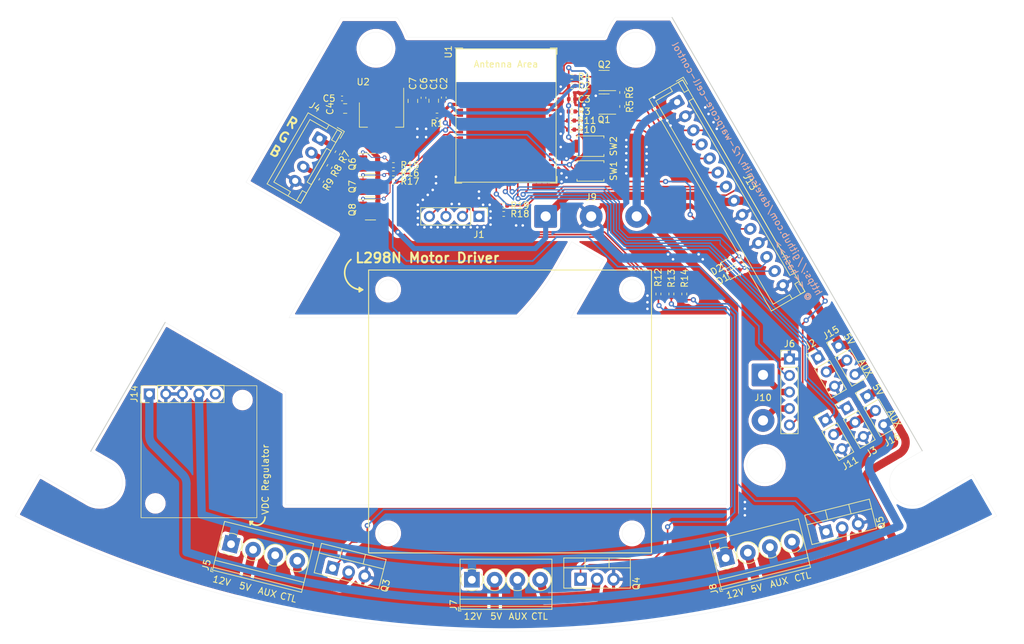
<source format=kicad_pcb>
(kicad_pcb (version 20221018) (generator pcbnew)
  (layers (0 "F.Cu" signal "Front") (31 "B.Cu" signal "Back") (34 "B.Paste" user) (35 "F.Paste" user) (36 "B.SilkS" user "B.Silkscreen") (37 "F.SilkS" user "F.Silkscreen") (38 "B.Mask" user) (39 "F.Mask" user) (44 "Edge.Cuts" user))
  (net 0 "")
  (net 1 "GND")
  (net 2 "/MC_IN1")
  (net 3 "/MC_IN2")
  (net 4 "/MC_IN3")
  (net 5 "/MC_IN4")
  (net 6 "/ESP_RTS")
  (net 7 "/ESP_CTS")
  (net 24 "/CHIP_PU")
  (net 25 "+3V3")
  (net 26 "Net-(Q1-B)")
  (net 27 "/RTS")
  (net 28 "Net-(Q1-C)")
  (net 29 "Net-(Q2-B)")
  (net 30 "/DTR")
  (net 31 "Net-(Q2-C)")
  (net 32 "/GPIO0")
  (net 33 "/SERVO1")
  (net 34 "/SERVO2")
  (net 35 "/LED_R")
  (net 36 "/LED_G")
  (net 37 "/LED_B")
  (net 38 "/ESP_TXD")
  (net 39 "/ESP_RXD")
  (net 40 "/CTS")
  (net 41 "Net-(Q3-G)")
  (net 42 "/OUT1")
  (net 43 "Net-(Q4-G)")
  (net 44 "/OUT2")
  (net 45 "Net-(Q5-G)")
  (net 46 "/OUT3")
  (net 47 "/FET1")
  (net 48 "/FET2")
  (net 49 "/FET3")
  (net 50 "/ACT_POS")
  (net 51 "/ACT_RED")
  (net 52 "/ACT_BLK")
  (net 53 "/ESP_3V3")
  (net 54 "+12V")
  (net 55 "+VDC")
  (net 56 "/SERVO3")
  (net 57 "+5V")
  (net 58 "/TXD")
  (net 59 "/RXD")
  (net 61 "/R")
  (net 62 "/G")
  (net 63 "/B")
  (net 64 "/ID")
  (net 65 "/D+")
  (net 66 "/D-")
  (net 67 "SERVOA_V+")
  (net 68 "SERVOB_V+")
  (net 69 "/VREG_EN")
  (net 70 "Net-(Q6-B)")
  (net 71 "Net-(Q6-E)")
  (net 72 "Net-(Q7-B)")
  (net 73 "Net-(Q7-E)")
  (net 74 "Net-(Q8-B)")
  (net 75 "Net-(Q8-E)")
  (footprint "Package_TO_SOT_SMD:SOT-223-3_TabPin2" (layer "F.Cu") (at 138.684 55.753 -90)
    (fp_text reference "U2")
    (fp_text value "LDL1117S33R")
  )
  (footprint "Resistor_SMD:R_0402_1005Metric" (layer "F.Cu") (at 181.268 83.312 -90)
    (fp_text reference "R12")
    (fp_text value "0(1%)")
  )
  (footprint "Connector_PinHeader_2.54mm:PinHeader_1x03_P2.54mm_Vertical" (layer "F.Cu") (at 213.371256 99.0346 30)
    (fp_text reference "J16")
    (fp_text value "Conn_01x03_Pin")
  )
  (footprint "Connector_PinHeader_2.54mm:PinHeader_1x05_P2.54mm_Vertical" (layer "F.Cu") (at 102.977 98.689 90)
    (fp_text reference "J14")
    (fp_text value "Conn_01x05_Pin")
  )
  (footprint "Capacitor_SMD:C_0805_2012Metric" (layer "F.Cu") (at 133.096 54.7878 180)
    (fp_text reference "C4")
    (fp_text value "10uF/25V(20%)")
  )
  (footprint "Capacitor_SMD:C_0805_2012Metric" (layer "F.Cu") (at 143.51 53.6194 90)
    (fp_text reference "C7")
    (fp_text value "10uF/25V(20%)")
  )
  (footprint "Diode_SMD:D_SOD-523" (layer "F.Cu") (at 193.0908 79.9592 30)
    (fp_text reference "D1")
    (fp_text value "LESD5D5.0CT1G")
  )
  (footprint "Resistor_SMD:R_0402_1005Metric" (layer "F.Cu") (at 157.478 70.993 180)
    (fp_text reference "R18")
    (fp_text value "0(1%)")
  )
  (footprint "Button_Switch_SMD:SW_Push_SPST_NO_Alps_SKRK" (layer "F.Cu") (at 170.815 60.579 180)
    (fp_text reference "SW2")
    (fp_text value "SW_Push")
  )
  (footprint "Resistor_SMD:R_0402_1005Metric" (layer "F.Cu") (at 131.9276 61.6204 60)
    (fp_text reference "R7")
    (fp_text value "200")
  )
  (footprint "Resistor_SMD:R_0402_1005Metric" (layer "F.Cu") (at 167.955 51.308 180)
    (fp_text reference "R2")
    (fp_text value "10K(1%)")
  )
  (footprint "Diode_SMD:D_SOD-523" (layer "F.Cu") (at 192.230582 78.4296 30)
    (fp_text reference "D2")
    (fp_text value "LESD5D5.0CT1G")
  )
  (footprint "Resistor_SMD:R_0402_1005Metric" (layer "F.Cu") (at 183.258 83.312 -90)
    (fp_text reference "R13")
    (fp_text value "0(1%)")
  )
  (footprint "Package_TO_SOT_SMD:SOT-23-3" (layer "F.Cu") (at 136.9712 66.8122)
    (fp_text reference "Q7")
    (fp_text value "Q_PNP_BEC")
  )
  (footprint "Connector_JST:JST_XH_B4B-XH-A_1x04_P2.50mm_Vertical" (layer "F.Cu") (at 129.15642 59.41875 -120)
    (fp_text reference "J4")
    (fp_text value "Conn_01x04_Pin")
  )
  (footprint "Resistor_SMD:R_0402_1005Metric" (layer "F.Cu") (at 140.5148 63.5 180)
    (fp_text reference "R15")
    (fp_text value "1K(1%)")
  )
  (footprint "Package_TO_SOT_SMD:SOT-23-3" (layer "F.Cu") (at 172.9135 54.102 180)
    (fp_text reference "Q1")
    (fp_text value "L8050QLT1G")
  )
  (footprint "Button_Switch_SMD:SW_Push_SPST_NO_Alps_SKRK" (layer "F.Cu") (at 170.815 64.389 180)
    (fp_text reference "SW1")
    (fp_text value "SW_Push")
  )
  (footprint "Connector_PinHeader_2.54mm:PinHeader_1x04_P2.54mm_Vertical" (layer "F.Cu") (at 153.67 71.374 -90)
    (fp_text reference "J1")
    (fp_text value "Conn_01x04_Pin")
  )
  (footprint "Resistor_SMD:R_0402_1005Metric" (layer "F.Cu") (at 185.248 83.312 -90)
    (fp_text reference "R14")
    (fp_text value "0(1%)")
  )
  (footprint "Connector_Wire:SolderWire-0.75sqmm_1x03_P7mm_D1.25mm_OD3.5mm" (layer "F.Cu") (at 163.927 71.374)
    (fp_text reference "J9")
    (fp_text value "Screw_Terminal_01x03")
  )
  (footprint "PCM_Espressif:ESP32-S3-MINI-1" (layer "F.Cu") (at 157.82637 58.42)
    (fp_text reference "U1")
    (fp_text value "ESP32-S3-MINI-1")
  )
  (footprint "Connector_Wire:SolderWire-0.75sqmm_1x02_P7mm_D1.25mm_OD3.5mm" (layer "F.Cu") (at 197.358 95.758 -90)
    (fp_text reference "J10")
    (fp_text value "Screw_Terminal_01x02")
  )
  (footprint "Connector_PinHeader_2.54mm:PinHeader_1x03_P2.54mm_Vertical" (layer "F.Cu") (at 208.962906 91.285286 30)
    (fp_text reference "J15")
    (fp_text value "Conn_01x03_Pin")
  )
  (footprint "Resistor_SMD:R_0402_1005Metric" (layer "F.Cu") (at 175.702 54.481 -90)
    (fp_text reference "R5")
    (fp_text value "10K(1%)")
  )
  (footprint "Capacitor_SMD:C_0402_1005Metric" (layer "F.Cu") (at 167.957 53.34)
    (fp_text reference "C3")
    (fp_text value "1uF/16V(10%)")
  )
  (footprint "Resistor_SMD:R_0402_1005Metric" (layer "F.Cu") (at 167.955 49.911 180)
    (fp_text reference "R4")
    (fp_text value "0(1%)")
  )
  (footprint "Connector_PinHeader_2.54mm:PinHeader_1x03_P2.54mm_Vertical" (layer "F.Cu") (at 205.817056 93.091 30)
    (fp_text reference "J2")
    (fp_text value "Conn_01x03_Pin")
  )
  (footprint "TerminalBlock_Phoenix:TerminalBlock_Phoenix_PT-1,5-4-3.5-H_1x04_P3.50mm_Horizontal" (layer "F.Cu") (at 115.541895 121.79282 -14)
    (fp_text reference "J5")
    (fp_text value "Screw_Terminal_01x04")
  )
  (footprint "Package_TO_SOT_SMD:SOT-23-3" (layer "F.Cu") (at 172.9135 50.48 180)
    (fp_text reference "Q2")
    (fp_text value "L8050QLT1G")
  )
  (footprint "Package_TO_SOT_THT:TO-220-3_Vertical" (layer "F.Cu") (at 169.291 127.183)
    (fp_text reference "Q4")
    (fp_text value "IRLB8721PBF")
  )
  (footprint "Package_TO_SOT_SMD:SOT-23-3" (layer "F.Cu") (at 136.9568 63.246)
    (fp_text reference "Q6")
    (fp_text value "Q_PNP_BEC")
  )
  (footprint "Resistor_SMD:R_0402_1005Metric" (layer "F.Cu") (at 129.4394 65.852327 60)
    (fp_text reference "R9")
    (fp_text value "100")
  )
  (footprint "Resistor_SMD:R_0402_1005Metric" (layer "F.Cu") (at 175.702 52.322 90)
    (fp_text reference "R6")
    (fp_text value "10K(1%)")
  )
  (footprint "Connector_PinHeader_2.54mm:PinHeader_1x05_P2.54mm_Vertical" (layer "F.Cu") (at 201.422 93.309182)
    (fp_text reference "J6")
    (fp_text value "Conn_01x05_Pin")
  )
  (footprint "Package_TO_SOT_THT:TO-220-3_Vertical" (layer "F.Cu") (at 207.0608 119.888 14)
    (fp_text reference "Q5")
    (fp_text value "IRLB8721PBF")
  )
  (footprint "Resistor_SMD:R_0402_1005Metric" (layer "F.Cu") (at 167.828 56.642)
    (fp_text reference "R11")
    (fp_text value "0(1%)")
  )
  (footprint "TerminalBlock_Phoenix:TerminalBlock_Phoenix_PT-1,5-4-3.5-H_1x04_P3.50mm_Horizontal" (layer "F.Cu") (at 152.57637 127.254)
    (fp_text reference "J7")
    (fp_text value "Screw_Terminal_01x04")
  )
  (footprint "Resistor_SMD:R_0402_1005Metric" (layer "F.Cu") (at 167.955 55.245 180)
    (fp_text reference "R3")
    (fp_text value "0(1%)")
  )
  (footprint "Connector_PinHeader_2.54mm:PinHeader_1x03_P2.54mm_Vertical" (layer "F.Cu") (at 210.247056 100.838 30)
    (fp_text reference "J3")
    (fp_text value "Conn_01x03_Pin")
  )
  (footprint "Resistor_SMD:R_0402_1005Metric" (layer "F.Cu") (at 140.5148 64.77 180)
    (fp_text reference "R16")
    (fp_text value "1K(1%)")
  )
  (footprint "Resistor_SMD:R_0402_1005Metric" (layer "F.Cu") (at 140.5128 66.04 180)
    (fp_text reference "R17")
    (fp_text value "1K(1%)")
  )
  (footprint "Resistor_SMD:R_0402_1005Metric" (layer "F.Cu") (at 157.48 69.723)
    (fp_text reference "R19")
    (fp_text value "0(1%)")
  )
  (footprint "Resistor_SMD:R_0402_1005Metric" (layer "F.Cu") (at 167.828 58.039)
    (fp_text reference "R10")
    (fp_text value "0(1%)")
  )
  (footprint "Capacitor_SMD:C_0402_1005Metric" (layer "F.Cu") (at 148.2598 53.1114 90)
    (fp_text reference "C2")
    (fp_text value "0.1uF/50V(10%)")
  )
  (footprint "Connector_PinHeader_2.54mm:PinHeader_1x03_P2.54mm_Vertical" (layer "F.Cu") (at 206.952556 102.715286 30)
    (fp_text reference "J11")
    (fp_text value "Conn_01x03_Pin")
  )
  (footprint "Package_TO_SOT_THT:TO-220-3_Vertical" (layer "F.Cu") (at 131.164098 125.466237 -14)
    (fp_text reference "Q3")
    (fp_text value "IRLB8721PBF")
  )
  (footprint "Capacitor_SMD:C_0805_2012Metric" (layer "F.Cu") (at 146.7104 53.594 90)
    (fp_text reference "C1")
    (fp_text value "10uF/25V(20%)")
  )
  (footprint "Capacitor_SMD:C_0402_1005Metric" (layer "F.Cu") (at 145.1356 53.1368 90)
    (fp_text reference "C6")
    (fp_text value "0.1uF/50V(10%)")
  )
  (footprint "TerminalBlock_Phoenix:TerminalBlock_Phoenix_PT-1,5-4-3.5-H_1x04_P3.50mm_Horizontal" (layer "F.Cu") (at 191.614895 123.933283 14)
    (fp_text reference "J8")
    (fp_text value "Screw_Terminal_01x04")
  )
  (footprint "Capacitor_SMD:C_0402_1005Metric" (layer "F.Cu") (at 132.6134 53.2384 180)
    (fp_text reference "C5")
    (fp_text value "0.1uF/50V(10%)")
  )
  (footprint "Resistor_SMD:R_0402_1005Metric" (layer "F.Cu") (at 147.2184 55.88)
    (fp_text reference "R1")
    (fp_text value "0(1%)")
  )
  (footprint "Connector_JST:JST_XH_B14B-XH-A_1x14_P2.50mm_Vertical" (layer "F.Cu") (at 184.143 53.811619 -60)
    (fp_text reference "J13")
    (fp_text value "Conn_01x14_Pin")
  )
  (footprint "Package_TO_SOT_SMD:SOT-23-3" (layer "F.Cu") (at 136.9822 70.358)
    (fp_text reference "Q8")
    (fp_text value "Q_PNP_BEC")
  )
  (footprint "Resistor_SMD:R_0402_1005Metric" (layer "F.Cu") (at 130.684 63.718727 60)
    (fp_text reference "R8")
    (fp_text value "100")
  )
  (gr_arc (start 120.777 117.602) (mid 119.875026 118.817506) (end 118.450296 118.306469) (stroke (width 0.25)) (layer "F.SilkS"))
  (gr_line (start 135.766745 82.657905) (end 135.255 82.329) (stroke (width 0.25)) (layer "F.SilkS"))
  (gr_arc (start 135.766745 82.657905) (mid 133.191368 80.980336) (end 133.985 78.011) (stroke (width 0.25)) (layer "F.SilkS"))
  (gr_line (start 135.255 82.964) (end 135.766745 82.657905) (stroke (width 0.25)) (layer "F.SilkS"))
  (gr_line (start 118.872 118.3132) (end 118.491 118.7704) (stroke (width 0.25)) (layer "F.SilkS"))
  (gr_line (start 118.450296 118.306469) (end 118.872 118.3132) (stroke (width 0.25)) (layer "F.SilkS"))
  (gr_rect (start 101.707 97.419) (end 119.507 117.719) (stroke (width 0.1)) (fill none) (layer "F.SilkS"))
  (gr_rect (start 136.7 79.629) (end 180.2 123.129) (stroke (width 0.15)) (fill none) (layer "F.SilkS"))
  (gr_line (start 135.255 82.329) (end 135.255 82.964) (stroke (width 0.25)) (layer "F.SilkS"))
  (gr_line (start 118.491 118.7704) (end 118.450296 118.306469) (stroke (width 0.25)) (layer "F.SilkS"))
  (gr_line (start 97.077145 109.319516) (end 93.954668 107.516752) (stroke (width 0.02)) (layer "Edge.Cuts"))
  (gr_arc (start 165.2248 79.943314) (mid 162.623867 83.59954) (end 159.657227 86.965827) (stroke (width 0.02)) (layer "Edge.Cuts"))
  (gr_line (start 82.341677 117.449937) (end 86.030368 111.034919) (stroke (width 0.02)) (layer "Edge.Cuts"))
  (gr_line (start 221.841899 107.429147) (end 218.567866 109.319411) (stroke (width 0.02)) (layer "Edge.Cuts"))
  (gr_arc (start 233.309451 117.449937) (mid 157.825564 135.218666) (end 82.341677 117.449937) (stroke (width 0.02)) (layer "Edge.Cuts"))
  (gr_line (start 93.577145 115.381693) (end 90.454668 113.57893) (stroke (width 0.02)) (layer "Edge.Cuts"))
  (gr_line (start 167.424809 76.132806) (end 165.2248 79.943314) (stroke (width 0.02)) (layer "Edge.Cuts"))
  (gr_line (start 221.841899 107.429147) (end 183.361051 40.778364) (stroke (width 0.15)) (layer "Edge.Cuts"))
  (gr_line (start 167.770662 86.965827) (end 172.875033 78.124796) (stroke (width 0.02)) (layer "Edge.Cuts"))
  (gr_circle (center 103.907 115.519) (end 104.997 115.519) (stroke (width 0.01)) (fill none) (layer "Edge.Cuts"))
  (gr_circle (center 139.7 82.629) (end 141.2 82.629) (stroke (width 0.02)) (fill none) (layer "Edge.Cuts"))
  (gr_line (start 142.70378 43.79831) (end 172.948959 43.79831) (stroke (width 0.02)) (layer "Edge.Cuts"))
  (gr_arc (start 222.067866 115.381589) (mid 217.286723 114.100509) (end 218.567866 109.319411) (stroke (width 0.02)) (layer "Edge.Cuts"))
  (gr_line (start 123.958014 115.708015) (end 191.693053 115.708015) (stroke (width 0.02)) (layer "Edge.Cuts"))
  (gr_arc (start 141.131482 40.849843) (mid 142.012927 42.273259) (end 142.70378 43.79831) (stroke (width 0.02)) (layer "Edge.Cuts"))
  (gr_line (start 123.958014 98.379963) (end 123.958014 115.708015) (stroke (width 0.02)) (layer "Edge.Cuts"))
  (gr_line (start 191.693053 86.965827) (end 167.770662 86.965827) (stroke (width 0.02)) (layer "Edge.Cuts"))
  (gr_line (start 105.411851 87.672329) (end 93.954668 107.516752) (stroke (width 0.15)) (layer "Edge.Cuts"))
  (gr_line (start 117.844866 66.137716) (end 132.444826 40.849843) (stroke (width 0.02)) (layer "Edge.Cuts"))
  (gr_line (start 159.657227 86.965827) (end 124.448608 86.965827) (stroke (width 0.02)) (layer "Edge.Cuts"))
  (gr_line (start 131.808176 74.16676) (end 117.844866 66.137716) (stroke (width 0.02)) (layer "Edge.Cuts"))
  (gr_line (start 229.603432 111.030927) (end 225.341899 113.491325) (stroke (width 0.02)) (layer "Edge.Cuts"))
  (gr_line (start 105.411851 87.672329) (end 123.958014 98.379963) (stroke (width 0.02)) (layer "Edge.Cuts"))
  (gr_circle (center 139.7 120.129) (end 141.2 120.129) (stroke (width 0.02)) (fill none) (layer "Edge.Cuts"))
  (gr_arc (start 172.948959 43.79831) (mid 173.659307 42.234535) (end 174.570107 40.778364) (stroke (width 0.02)) (layer "Edge.Cuts"))
  (gr_circle (center 117.307 99.619) (end 118.397 99.619) (stroke (width 0.01)) (fill none) (layer "Edge.Cuts"))
  (gr_line (start 191.693053 115.708015) (end 191.693053 86.965827) (stroke (width 0.02)) (layer "Edge.Cuts"))
  (gr_circle (center 177.824499 45.53332) (end 175.324499 45.53332) (stroke (width 0.02)) (fill none) (layer "Edge.Cuts"))
  (gr_line (start 86.030368 111.034919) (end 90.454668 113.57893) (stroke (width 0.02)) (layer "Edge.Cuts"))
  (gr_line (start 233.309451 117.449937) (end 229.603432 111.030927) (stroke (width 0.02)) (layer "Edge.Cuts"))
  (gr_line (start 172.875033 78.124796) (end 167.924808 75.266783) (stroke (width 0.02)) (layer "Edge.Cuts"))
  (gr_line (start 225.341899 113.491325) (end 222.067866 115.381589) (stroke (width 0.02)) (layer "Edge.Cuts"))
  (gr_arc (start 97.077145 109.319516) (mid 98.358221 114.100602) (end 93.577145 115.381694) (stroke (width 0.02)) (layer "Edge.Cuts"))
  (gr_line (start 174.570107 40.778364) (end 183.361051 40.778364) (stroke (width 0.02)) (layer "Edge.Cuts"))
  (gr_line (start 167.924808 75.266783) (end 167.424809 76.132806) (stroke (width 0.02)) (layer "Edge.Cuts"))
  (gr_circle (center 197.613865 109.631124) (end 194.863865 109.631124) (stroke (width 0.02)) (fill none) (layer "Edge.Cuts"))
  (gr_line (start 132.444826 40.849843) (end 141.131482 40.849843) (stroke (width 0.02)) (layer "Edge.Cuts"))
  (gr_circle (center 137.829382 45.533298) (end 135.329382 45.533298) (stroke (width 0.02)) (fill none) (layer "Edge.Cuts"))
  (gr_circle (center 177.2 82.629) (end 178.7 82.629) (stroke (width 0.02)) (fill none) (layer "Edge.Cuts"))
  (gr_line (start 124.448608 86.965827) (end 131.808176 74.16676) (stroke (width 0.02)) (layer "Edge.Cuts"))
  (gr_circle (center 177.2 120.129) (end 178.7 120.129) (stroke (width 0.02)) (fill none) (layer "Edge.Cuts"))
  (gr_text "https://github.com/daveismith/r2-warpcore-cell-control\n@ <<hash>>" (at 204.216 84.582 -60) (layer "B.SilkS") (effects (font (size 1 1)) (justify left bottom mirror)))
  (gr_text "VDC Regulator" (at 121.412 117.348 90) (layer "F.SilkS") (effects (font (size 1 1)) (justify left bottom)))
  (gr_text "AUX" (at 119.507 129.413 346) (layer "F.SilkS") (effects (font (size 1 1)) (justify left bottom)))
  (gr_text "L298N Motor Driver" (at 134.493 78.646) (layer "F.SilkS") (effects (font (size 1.5 1.5) (thickness 0.3) bold) (justify left bottom)))
  (gr_text "B" (at 121.1072 61.676409 -30) (layer "F.SilkS") (effects (font (size 1.5 1.5) (thickness 0.3) bold) (justify left bottom)))
  (gr_text "5V" (at 155.321 133.477) (layer "F.SilkS") (effects (font (size 1 1)) (justify left bottom)))
  (gr_text "CTL" (at 161.5948 133.477) (layer "F.SilkS") (effects (font (size 1 1)) (justify left bottom)))
  (gr_text "G" (at 122.3772 59.476704 -30) (layer "F.SilkS") (effects (font (size 1.5 1.5) (thickness 0.3) bold) (justify left bottom)))
  (gr_text "5V\n" (at 195.5292 129.3876 14) (layer "F.SilkS") (effects (font (size 1 1)) (justify left bottom)))
  (gr_text "5V" (at 209.5754 89.662 300) (layer "F.SilkS") (effects (font (size 1 1)) (justify left bottom)))
  (gr_text "CTL" (at 202.2348 127.7112 14) (layer "F.SilkS") (effects (font (size 1 1)) (justify left bottom)))
  (gr_text "R" (at 123.6472 57.277 -30) (layer "F.SilkS") (effects (font (size 1.5 1.5) (thickness 0.3) bold) (justify left bottom)))
  (gr_text "AUX" (at 216.3064 101.3968 300) (layer "F.SilkS") (effects (font (size 1 1)) (justify left bottom)))
  (gr_text "12V" (at 151.257 133.477) (layer "F.SilkS") (effects (font (size 1 1)) (justify left bottom)))
  (gr_text "CTL" (at 124.206 130.556 346) (layer "F.SilkS") (effects (font (size 1 1)) (justify bottom)))
  (gr_text "AUX" (at 158.1404 133.477) (layer "F.SilkS") (effects (font (size 1 1)) (justify left bottom)))
  (gr_text "AUX" (at 211.8614 93.599 300) (layer "F.SilkS") (effects (font (size 1 1)) (justify left bottom)))
  (gr_text "AUX" (at 198.4756 128.6256 14) (layer "F.SilkS") (effects (font (size 1 1)) (justify left bottom)))
  (gr_text "12V" (at 191.77 130.302 14) (layer "F.SilkS") (effects (font (size 1 1)) (justify left bottom)))
  (gr_text "12V" (at 112.522 127.635 346) (layer "F.SilkS") (effects (font (size 1 1)) (justify left bottom)))
  (gr_text "5V" (at 214.0204 97.4598 300) (layer "F.SilkS") (effects (font (size 1 1)) (justify left bottom)))
  (gr_text "5V" (at 116.586 128.651 346) (layer "F.SilkS") (effects (font (size 1 1)) (justify left bottom)))
  (via (at 167.132 62.484) (size 0.8) (drill 0.4) (layers "F.Cu" "B.Cu") (net 1))
  (via (at 169.86 54.229) (size 0.8) (drill 0.4) (layers "F.Cu" "B.Cu") (net 1))
  (via (at 144.272 72.644) (size 0.8) (drill 0.4) (layers "F.Cu" "B.Cu") (net 1))
  (via (at 176.3268 61.6712) (size 0.8) (drill 0.4) (layers "F.Cu" "B.Cu") (net 1))
  (via (at 144.272 70.612) (size 0.8) (drill 0.4) (layers "F.Cu" "B.Cu") (net 1))
  (via (at 194.564 117.348) (size 0.8) (drill 0.4) (layers "F.Cu" "B.Cu") (net 1))
  (via (at 146.304 73.0504) (size 0.8) (drill 0.4) (layers "F.Cu" "B.Cu") (net 1))
  (via (at 179.451 64.77) (size 0.8) (drill 0.4) (layers "F.Cu" "B.Cu") (net 1))
  (via (at 166.243 55.626) (size 0.8) (drill 0.4) (layers "F.Cu" "B.Cu") (net 1))
  (via (at 155.448 70.612) (size 0.8) (drill 0.4) (layers "F.Cu" "B.Cu") (net 1))
  (via (at 154.432 73.0504) (size 0.8) (drill 0.4) (layers "F.Cu" "B.Cu") (net 1))
  (via (at 190.246 57.912) (size 0.8) (drill 0.4) (layers "F.Cu" "B.Cu") (net 1))
  (via (at 179.578 83.566) (size 0.8) (drill 0.4) (layers "F.Cu" "B.Cu") (net 1))
  (via (at 166.243 60.706) (size 0.8) (drill 0.4) (layers "F.Cu" "B.Cu") (net 1))
  (via (at 180.594 53.086) (size 0.8) (drill 0.4) (layers "F.Cu" "B.Cu") (net 1))
  (via (at 179.451 61.722) (size 0.8) (drill 0.4) (layers "F.Cu" "B.Cu") (net 1))
  (via (at 179.451 60.706) (size 0.8) (drill 0.4) (layers "F.Cu" "B.Cu") (net 1))
  (via (at 155.321 69.596) (size 0.8) (drill 0.4) (layers "F.Cu" "B.Cu") (net 1))
  (via (at 145.796 68.072) (size 0.8) (drill 0.4) (layers "F.Cu" "B.Cu") (net 1))
  (via (at 176.3268 62.738) (size 0.8) (drill 0.4) (layers "F.Cu" "B.Cu") (net 1))
  (via (at 166.243 58.674) (size 0.8) (drill 0.4) (layers "F.Cu" "B.Cu") (net 1))
  (via (at 155.448 72.644) (size 0.8) (drill 0.4) (layers "F.Cu" "B.Cu") (net 1))
  (via (at 153.416 73.0504) (size 0.8) (drill 0.4) (layers "F.Cu" "B.Cu") (net 1))
  (via (at 183.515 77.978) (size 0.8) (drill 0.4) (layers "F.Cu" "B.Cu") (net 1))
  (via (at 147.32 73.0504) (size 0.8) (drill 0.4) (layers "F.Cu" "B.Cu") (net 1))
  (via (at 145.542 59.182) (size 0.8) (drill 0.4) (layers "F.Cu" "B.Cu") (net 1))
  (via (at 179.451 63.754) (size 0.8) (drill 0.4) (layers "F.Cu" "B.Cu") (net 1))
  (via (at 176.3268 59.6392) (size 0.8) (drill 0.4) (layers "F.Cu" "B.Cu") (net 1))
  (via (at 153.67 67.564) (size 0.8) (drill 0.4) (layers "F.Cu" "B.Cu") (net 1))
  (via (at 146.558 67.31) (size 0.8) (drill 0.4) (layers "F.Cu" "B.Cu") (net 1))
  (via (at 194.564 115.316) (size 0.8) (drill 0.4) (layers "F.Cu" "B.Cu") (net 1))
  (via (at 188.468 54.61) (size 0.8) (drill 0.4) (layers "F.Cu" "B.Cu") (net 1))
  (via (at 167.132 65.405) (size 0.8) (drill 0.4) (layers "F.Cu" "B.Cu") (net 1))
  (via (at 166.243 51.435) (size 0.8) (drill 0.4) (layers "F.Cu" "B.Cu") (net 1))
  (via (at 144.1958 59.182) (size 0.8) (drill 0.4) (layers "F.Cu" "B.Cu") (net 1))
  (via (at 176.276 63.754) (size 0.8) (drill 0.4) (layers "F.Cu" "B.Cu") (net 1))
  (via (at 145.288 73.0504) (size 0.8) (drill 0.4) (layers "F.Cu" "B.Cu") (net 1))
  (via (at 188.976 55.626) (size 0.8) (drill 0.4) (layers "F.Cu" "B.Cu") (net 1))
  (via (at 166.37 66.04) (size 0.8) (drill 0.4) (layers "F.Cu" "B.Cu") (net 1))
  (via (at 179.578 85.598) (size 0.8) (drill 0.4) (layers "F.Cu" "B.Cu") (net 1))
  (via (at 166.37 64.77) (size 0.8) (drill 0.4) (layers "F.Cu" "B.Cu") (net 1))
  (via (at 183.134 57.404) (size 0.8) (drill 0.4) (layers "F.Cu" "B.Cu") (net 1))
  (via (at 176.3268 64.77) (size 0.8) (drill 0.4) (layers "F.Cu" "B.Cu") (net 1))
  (via (at 148.336 73.0504) (size 0.8) (drill 0.4) (layers "F.Cu" "B.Cu") (net 1))
  (via (at 155.448 71.628) (size 0.8) (drill 0.4) (layers "F.Cu" "B.Cu") (net 1))
  (via (at 179.451 62.738) (size 0.8) (drill 0.4) (layers "F.Cu" "B.Cu") (net 1))
  (via (at 152.4 73.0504) (size 0.8) (drill 0.4) (layers "F.Cu" "B.Cu") (net 1))
  (via (at 187.452 77.216) (size 0.8) (drill 0.4) (layers "F.Cu" "B.Cu") (net 1))
  (via (at 147.066 65.278) (size 0.8) (drill 0.4) (layers "F.Cu" "B.Cu") (net 1))
  (via (at 159.385 72.771) (size 0.8) (drill 0.4) (layers "F.Cu" "B.Cu") (net 1))
  (via (at 144.272 71.628) (size 0.8) (drill 0.4) (layers "F.Cu" "B.Cu") (net 1))
  (via (at 188.087 77.978) (size 0.8) (drill 0.4) (layers "F.Cu" "B.Cu") (net 1))
  (via (at 145.542 57.912) (size 0.8) (drill 0.4) (layers "F.Cu" "B.Cu") (net 1))
  (via (at 179.578 84.582) (size 0.8) (drill 0.4) (layers "F.Cu" "B.Cu") (net 1))
  (via (at 151.384 73.0504) (size 0.8) (drill 0.4) (layers "F.Cu" "B.Cu") (net 1))
  (via (at 189.738 56.896) (size 0.8) (drill 0.4) (layers "F.Cu" "B.Cu") (net 1))
  (via (at 150.622 69.469) (size 0.8) (drill 0.4) (layers "F.Cu" "B.Cu") (net 1))
  (via (at 182.626 56.642) (size 0.8) (drill 0.4) (layers "F.Cu" "B.Cu") (net 1))
  (via (at 171.638 52.832) (size 0.8) (drill 0.4) (layers "F.Cu" "B.Cu") (net 1))
  (via (at 160.401 72.771) (size 0.8) (drill 0.4) (layers "F.Cu" "B.Cu") (net 1))
  (via (at 153.67 68.58) (size 0.8) (drill 0.4) (layers "F.Cu" "B.Cu") (net 1))
  (via (at 194.564 116.332) (size 0.8) (drill 0.4) (layers "F.Cu" "B.Cu") (net 1))
  (via (at 176.3268 60.6552) (size 0.8) (drill 0.4) (layers "F.Cu" "B.Cu") (net 1))
  (via (at 149.479 69.469) (size 0.8) (drill 0.4) (layers "F.Cu" "B.Cu") (net 1))
  (via (at 144.272 69.596) (size 0.8) (drill 0.4) (layers "F.Cu" "B.Cu") (net 1))
  (via (at 144.1958 57.912) (size 0.8) (drill 0.4) (layers "F.Cu" "B.Cu") (net 1))
  (via (at 150.368 73.0504) (size 0.8) (drill 0.4) (layers "F.Cu" "B.Cu") (net 1))
  (via (at 182.753 77.216) (size 0.8) (drill 0.4) (layers "F.Cu" "B.Cu") (net 1))
  (via (at 149.352 73.0504) (size 0.8) (drill 0.4) (layers "F.Cu" "B.Cu") (net 1))
  (via (at 147.066 66.294) (size 0.8) (drill 0.4) (layers "F.Cu" "B.Cu") (net 1))
  (via (at 154.305 69.596) (size 0.8) (drill 0.4) (layers "F.Cu" "B.Cu") (net 1))
  (via (at 145.034 68.834) (size 0.8) (drill 0.4) (layers "F.Cu" "B.Cu") (net 1))
  (segment (start 152.72637 65.42) (end 152.72637 70.43037) (width 0.25) (layer "F.Cu") (net 2))
  (segment (start 152.72637 70.43037) (end 153.67 71.374) (width 0.25) (layer "F.Cu") (net 2))
  (segment (start 151.87637 70.62763) (end 151.13 71.374) (width 0.25) (layer "F.Cu") (net 3))
  (segment (start 151.87637 65.42) (end 151.87637 70.62763) (width 0.25) (layer "F.Cu") (net 3))
  (segment (start 148.971 64.37) (end 148.59 64.77) (width 0.25) (layer "F.Cu") (net 4))
  (segment (start 150.48 64.37) (end 148.971 64.37) (width 0.25) (layer "F.Cu") (net 4))
  (segment (start 148.59 64.77) (end 148.59 71.374) (width 0.25) (layer "F.Cu") (net 4))
  (segment (start 150.48 63.52) (end 148.463 63.52) (width 0.25) (layer "F.Cu") (net 5))
  (segment (start 148.082 69.342) (end 146.05 71.374) (width 0.25) (layer "F.Cu") (net 5))
  (segment (start 148.082 63.881) (end 148.082 69.342) (width 0.25) (layer "F.Cu") (net 5))
  (segment (start 148.463 63.52) (end 148.082 63.881) (width 0.25) (layer "F.Cu") (net 5))
  (segment (start 154.42637 67.676065) (end 154.42637 65.42) (width 0.25) (layer "F.Cu") (net 6))
  (segment (start 156.083 70.108) (end 156.083 69.332695) (width 0.25) (layer "F.Cu") (net 6))
  (segment (start 156.083 69.332695) (end 154.42637 67.676065) (width 0.25) (layer "F.Cu") (net 6))
  (segment (start 156.968 70.993) (end 156.083 70.108) (width 0.25) (layer "F.Cu") (net 6))
  (segment (start 155.27637 67.889669) (end 155.27637 65.42) (width 0.25) (layer "F.Cu") (net 7))
  (segment (start 156.97 69.583299) (end 155.27637 67.889669) (width 0.25) (layer "F.Cu") (net 7))
  (segment (start 167.445 55.245) (end 167.445 54.356) (width 0.25) (layer "F.Cu") (net 24))
  (segment (start 167.4622 59.3262) (end 168.715 60.579) (width 0.25) (layer "F.Cu") (net 24))
  (segment (start 166.537 52.47) (end 167.445 51.562) (width 0.25) (layer "F.Cu") (net 24))
  (segment (start 167.445 54.356) (end 167.445 53.372) (width 0.25) (layer "F.Cu") (net 24))
  (segment (start 164.48 52.47) (end 166.537 52.47) (width 0.25) (layer "F.Cu") (net 24))
  (segment (start 167.4622 59.182) (end 167.4622 59.3262) (width 0.25) (layer "F.Cu") (net 24))
  (segment (start 167.477 53.34) (end 167.477 51.594) (width 0.25) (layer "F.Cu") (net 24))
  (segment (start 167.477 51.594) (end 167.445 51.562) (width 0.25) (layer "F.Cu") (net 24))
  (via (at 167.445 54.356) (size 0.8) (drill 0.4) (layers "F.Cu" "B.Cu") (net 24))
  (via (at 167.4622 59.182) (size 0.8) (drill 0.4) (layers "F.Cu" "B.Cu") (net 24))
  (segment (start 167.4622 59.182) (end 167.4622 54.3732) (width 0.25) (layer "B.Cu") (net 24))
  (segment (start 167.4622 54.3732) (end 167.445 54.356) (width 0.25) (layer "B.Cu") (net 24))
  (segment (start 146.7104 54.544) (end 147.3072 54.544) (width 0.508) (layer "F.Cu") (net 25))
  (segment (start 138.684 54.5846) (end 138.684 52.603) (width 1.27) (layer "F.Cu") (net 25))
  (segment (start 144.183 54.5694) (end 145.1356 53.6168) (width 0.508) (layer "F.Cu") (net 25))
  (segment (start 143.51 54.5694) (end 144.183 54.5694) (width 0.508) (layer "F.Cu") (net 25))
  (segment (start 138.745 54.5694) (end 138.7298 54.5846) (width 0.781) (layer "F.Cu") (net 25))
  (segment (start 146.0628 54.544) (end 145.1356 53.6168) (width 0.508) (layer "F.Cu") (net 25))
  (segment (start 143.51 54.5694) (end 138.745 54.5694) (width 0.508) (layer "F.Cu") (net 25))
  (segment (start 138.684 58.903) (end 138.684 54.5846) (width 1.27) (layer "F.Cu") (net 25))
  (segment (start 146.7104 54.544) (end 146.7104 55.878) (width 0.508) (layer "F.Cu") (net 25))
  (segment (start 138.7298 54.5846) (end 138.684 54.5846) (width 0.781) (layer "F.Cu") (net 25))
  (segment (start 147.3072 54.544) (end 148.2598 53.5914) (width 0.508) (layer "F.Cu") (net 25))
  (segment (start 146.7104 54.544) (end 146.0628 54.544) (width 0.508) (layer "F.Cu") (net 25))
  (segment (start 174.051 55.052) (end 175.641 55.052) (width 0.25) (layer "F.Cu") (net 26))
  (segment (start 191.700753 68.12543) (end 193.086534 67.341713) (width 0.25) (layer "F.Cu") (net 27))
  (segment (start 174.371 52.832) (end 174.051 53.152) (width 0.25) (layer "F.Cu") (net 27))
  (segment (start 186.643 58.141746) (end 183.334907 58.150688) (width 0.25) (layer "F.Cu") (net 27))
  (segment (start 165.666 68.395) (end 166.809 67.252) (width 0.25) (layer "F.Cu") (net 27))
  (segment (start 188.068012 67.252) (end 188.941442 68.12543) (width 0.25) (layer "F.Cu") (net 27))
  (segment (start 157.988 70.993) (end 159.766 70.993) (width 0.25) (layer "F.Cu") (net 27))
  (segment (start 166.809 67.252) (end 188.068012 67.252) (width 0.25) (layer "F.Cu") (net 27))
  (segment (start 179.687738 53.827501) (end 181.59799 57.14801) (width 0.25) (layer "F.Cu") (net 27))
  (segment (start 188.941442 68.12543) (end 191.700753 68.12543) (width 0.25) (layer "F.Cu") (net 27))
  (segment (start 162.364 68.395) (end 165.666 68.395) (width 0.25) (layer "F.Cu") (net 27))
  (segment (start 177.927 52.825004) (end 175.702 52.832) (width 0.25) (layer "F.Cu") (net 27))
  (segment (start 175.702 52.832) (end 174.371 52.832) (width 0.25) (layer "F.Cu") (net 27))
  (segment (start 188.073595 58.141746) (end 186.643 58.141746) (width 0.25) (layer "F.Cu") (net 27))
  (segment (start 193.24334 65.113142) (end 189.806888 59.143901) (width 0.25) (layer "F.Cu") (net 27))
  (segment (start 159.766 70.993) (end 162.364 68.395) (width 0.25) (layer "F.Cu") (net 27))
  (arc (start 188.073595 58.141746) (mid 189.074672 58.410317) (end 189.806888 59.143901) (width 0.25) (layer "F.Cu") (net 27))
  (arc (start 181.59799 57.14801) (mid 182.331684 57.882799) (end 183.334907 58.150688) (width 0.25) (layer "F.Cu") (net 27))
  (arc (start 193.24334 65.113142) (mid 193.505114 66.251363) (end 193.086534 67.341713) (width 0.25) (layer "F.Cu") (net 27))
  (arc (start 177.927 52.825004) (mid 178.943711 53.086788) (end 179.687738 53.827501) (width 0.25) (layer "F.Cu") (net 27))
  (segment (start 168.465 55.245) (end 170.633 55.245) (width 0.25) (layer "F.Cu") (net 28))
  (segment (start 170.633 55.245) (end 171.776 54.102) (width 0.25) (layer "F.Cu") (net 28))
  (segment (start 175.702 51.812) (end 174.433 51.812) (width 0.25) (layer "F.Cu") (net 29))
  (segment (start 174.433 51.812) (end 174.051 51.43) (width 0.25) (layer "F.Cu") (net 29))
  (segment (start 175.702 53.971) (end 177.664811 53.971) (width 0.25) (layer "F.Cu") (net 30))
  (segment (start 181.852558 59.291447) (end 179.443072 54.989633) (width 0.25) (layer "F.Cu") (net 30))
  (segment (start 173.0635 50.5175) (end 174.051 49.53) (width 0.25) (layer "F.Cu") (net 30))
  (segment (start 175.702 53.971) (end 173.535749 53.971) (width 0.25) (layer "F.Cu") (net 30))
  (segment (start 177.664811 53.971) (end 177.668608 53.967203) (width 0.25) (layer "F.Cu") (net 30))
  (segment (start 173.535749 53.971) (end 173.0635 53.498751) (width 0.25) (layer "F.Cu") (net 30))
  (segment (start 187.893 60.30681) (end 183.599776 60.314094) (width 0.25) (layer "F.Cu") (net 30))
  (segment (start 173.0635 53.498751) (end 173.0635 50.5175) (width 0.25) (layer "F.Cu") (net 30))
  (arc (start 177.668608 53.967203) (mid 178.696634 54.234065) (end 179.443072 54.989633) (width 0.25) (layer "F.Cu") (net 30))
  (arc (start 181.852558 59.291447) (mid 182.587215 60.040174) (end 183.599776 60.314094) (width 0.25) (layer "F.Cu") (net 30))
  (segment (start 171.207 49.911) (end 171.776 50.48) (width 0.25) (layer "F.Cu") (net 31))
  (segment (start 168.465 49.911) (end 171.207 49.911) (width 0.25) (layer "F.Cu") (net 31))
  (segment (start 167.4724 48.514) (end 167.4724 49.8836) (width 0.25) (layer "F.Cu") (net 32))
  (segment (start 148.5 56.989361) (end 148.5 56.222604) (width 0.25) (layer "F.Cu") (net 32))
  (segment (start 148.5 56.222604) (end 149.702604 55.02) (width 0.25) (layer "F.Cu") (net 32))
  (segment (start 149.702604 55.02) (end 150.48 55.02) (width 0.25) (layer "F.Cu") (net 32))
  (segment (start 168.529 64.389) (end 167.5765 63.4365) (width 0.25) (layer "F.Cu") (net 32))
  (via (at 167.5765 63.4365) (size 0.8) (drill 0.4) (layers "F.Cu" "B.Cu") (net 32))
  (via (at 148.5 56.989361) (size 0.8) (drill 0.4) (layers "F.Cu" "B.Cu") (net 32))
  (via (at 167.4724 48.514) (size 0.8) (drill 0.4) (layers "F.Cu" "B.Cu") (net 32))
  (segment (start 169.799 49.022) (end 167.9804 49.022) (width 0.25) (layer "B.Cu") (net 32))
  (segment (start 170.307 52.197) (end 170.307 49.53) (width 0.25) (layer "B.Cu") (net 32))
  (segment (start 169.037 61.976) (end 169.037 53.467) (width 0.25) (layer "B.Cu") (net 32))
  (segment (start 150.337039 58.8264) (end 148.5 56.989361) (width 0.25) (layer "B.Cu") (net 32))
  (segment (start 167.5765 63.4365) (end 165.6715 63.4365) (width 0.25) (layer "B.Cu") (net 32))
  (segment (start 167.9804 49.022) (end 167.4724 48.514) (width 0.25) (layer "B.Cu") (net 32))
  (segment (start 169.037 53.467) (end 170.307 52.197) (width 0.25) (layer "B.Cu") (net 32))
  (segment (start 170.307 49.53) (end 169.799 49.022) (width 0.25) (layer "B.Cu") (net 32))
  (segment (start 167.5765 63.4365) (end 169.037 61.976) (width 0.25) (layer "B.Cu") (net 32))
  (segment (start 165.6715 63.4365) (end 161.0614 58.8264) (width 0.25) (layer "B.Cu") (net 32))
  (segment (start 161.0614 58.8264) (end 150.337039 58.8264) (width 0.25) (layer "B.Cu") (net 32))
  (segment (start 161.22637 65.42) (end 161.22637 67.23803) (width 0.25) (layer "F.Cu") (net 33))
  (segment (start 161.22637 67.23803) (end 160.4602 68.0042) (width 0.25) (layer "F.Cu") (net 33))
  (via (at 160.4602 68.0042) (size 0.8) (drill 0.4) (layers "F.Cu" "B.Cu") (net 33))
  (segment (start 174.382 73.668208) (end 176.209792 75.496) (width 0.25) (layer "B.Cu") (net 33))
  (segment (start 174.382 69.477208) (end 174.382 73.668208) (width 0.25) (layer "B.Cu") (net 33))
  (segment (start 160.4602 68.0042) (end 160.7352 67.7292) (width 0.25) (layer "B.Cu") (net 33))
  (segment (start 176.209792 75.496) (end 189.288 75.496) (width 0.25) (layer "B.Cu") (net 33))
  (segment (start 189.288 75.496) (end 206.121 92.329) (width 0.25) (layer "B.Cu") (net 33))
  (segment (start 172.633992 67.7292) (end 174.382 69.477208) (width 0.25) (layer "B.Cu") (net 33))
  (segment (start 160.7352 67.7292) (end 172.633992 67.7292) (width 0.25) (layer "B.Cu") (net 33))
  (segment (start 159.639 65.53263) (end 159.52637 65.42) (width 0.25) (layer "F.Cu") (net 34))
  (segment (start 159.690891 68.642299) (end 159.639 68.590408) (width 0.25) (layer "F.Cu") (net 34))
  (segment (start 159.639 68.590408) (end 159.639 65.53263) (width 0.25) (layer "F.Cu") (net 34))
  (via (at 159.690891 68.642299) (size 0.8) (drill 0.4) (layers "F.Cu" "B.Cu") (net 34))
  (segment (start 172.447596 68.1792) (end 173.932 69.663604) (width 0.25) (layer "B.Cu") (net 34))
  (segment (start 189.101604 75.946) (end 204.216 91.060396) (width 0.25) (layer "B.Cu") (net 34))
  (segment (start 159.690891 68.642299) (end 159.777792 68.7292) (width 0.25) (layer "B.Cu") (net 34))
  (segment (start 204.216 96.163576) (end 208.890424 100.838) (width 0.25) (layer "B.Cu") (net 34))
  (segment (start 176.023396 75.946) (end 189.101604 75.946) (width 0.25) (layer "B.Cu") (net 34))
  (segment (start 159.777792 68.7292) (end 160.760505 68.7292) (width 0.25) (layer "B.Cu") (net 34))
  (segment (start 160.760505 68.7292) (end 161.310505 68.1792) (width 0.25) (layer "B.Cu") (net 34))
  (segment (start 173.932 69.663604) (end 173.932 73.854604) (width 0.25) (layer "B.Cu") (net 34))
  (segment (start 208.890424 100.838) (end 210.566 100.838) (width 0.25) (layer "B.Cu") (net 34))
  (segment (start 161.310505 68.1792) (end 172.447596 68.1792) (width 0.25) (layer "B.Cu") (net 34))
  (segment (start 204.216 91.060396) (end 204.216 96.163576) (width 0.25) (layer "B.Cu") (net 34))
  (segment (start 173.932 73.854604) (end 176.023396 75.946) (width 0.25) (layer "B.Cu") (net 34))
  (segment (start 141.0248 63.5) (end 143.637 63.5) (width 0.25) (layer "F.Cu") (net 35))
  (segment (start 148.317 58.82) (end 148.825 58.82) (width 0.25) (layer "F.Cu") (net 35))
  (segment (start 148.825 58.82) (end 149.225 58.42) (width 0.25) (layer "F.Cu") (net 35))
  (segment (start 149.225 58.42) (end 150.82637 58.42) (width 0.25) (layer "F.Cu") (net 35))
  (segment (start 143.637 63.5) (end 148.317 58.82) (width 0.25) (layer "F.Cu") (net 35))
  (segment (start 143.891 64.77) (end 144.372348 64.288652) (width 0.25) (layer "F.Cu") (net 36))
  (segment (start 144.372348 63.495668) (end 148.598016 59.27) (width 0.25) (layer "F.Cu") (net 36))
  (segment (start 148.598016 59.27) (end 150.82637 59.27) (width 0.25) (layer "F.Cu") (net 36))
  (segment (start 141.0248 64.77) (end 143.891 64.77) (width 0.25) (layer "F.Cu") (net 36))
  (segment (start 144.372348 64.288652) (end 144.372348 63.495668) (width 0.25) (layer "F.Cu") (net 36))
  (segment (start 148.384412 60.12) (end 150.82637 60.12) (width 0.25) (layer "F.Cu") (net 37))
  (segment (start 141.0228 66.04) (end 143.51 66.04) (width 0.25) (layer "F.Cu") (net 37))
  (segment (start 143.51 66.04) (end 144.822348 64.727652) (width 0.25) (layer "F.Cu") (net 37))
  (segment (start 144.822348 64.727652) (end 144.822348 63.682064) (width 0.25) (layer "F.Cu") (net 37))
  (segment (start 144.822348 63.682064) (end 148.384412 60.12) (width 0.25) (layer "F.Cu") (net 37))
  (segment (start 166.849 57.57) (end 167.318 58.039) (width 0.25) (layer "F.Cu") (net 38))
  (segment (start 165.063 57.57) (end 166.849 57.57) (width 0.25) (layer "F.Cu") (net 38))
  (segment (start 165.063 56.72) (end 167.24 56.72) (width 0.25) (layer "F.Cu") (net 39))
  (segment (start 157.99 69.723) (end 160.399604 69.723) (width 0.25) (layer "F.Cu") (net 40))
  (segment (start 165.479604 67.945) (end 166.622604 66.802) (width 0.25) (layer "F.Cu") (net 40))
  (segment (start 162.177604 67.945) (end 165.479604 67.945) (width 0.25) (layer "F.Cu") (net 40))
  (segment (start 160.399604 69.723) (end 162.177604 67.945) (width 0.25) (layer "F.Cu") (net 40))
  (segment (start 166.622604 66.802) (end 191.643 66.802) (width 0.25) (layer "F.Cu") (net 40))
  (segment (start 132.5372 123.0376) (end 134.112 121.4628) (width 0.25) (layer "F.Cu") (net 41))
  (segment (start 136.4996 119.888) (end 136.4996 118.9228) (width 0.25) (layer "F.Cu") (net 41))
  (segment (start 181.268 83.822) (end 181.268 85.002) (width 0.25) (layer "F.Cu") (net 41))
  (segment (start 131.164098 125.466237) (end 132.5372 124.093135) (width 0.25) (layer "F.Cu") (net 41))
  (segment (start 181.268 85.002) (end 181.356 85.09) (width 0.25) (layer "F.Cu") (net 41))
  (segment (start 132.5372 124.093135) (end 132.5372 123.0376) (width 0.25) (layer "F.Cu") (net 41))
  (segment (start 134.9248 121.4628) (end 136.4996 119.888) (width 0.25) (layer "F.Cu") (net 41))
  (segment (start 134.112 121.4628) (end 134.9248 121.4628) (width 0.25) (layer "F.Cu") (net 41))
  (via (at 181.356 85.09) (size 0.8) (drill 0.4) (layers "F.Cu" "B.Cu") (net 41))
  (via (at 136.4996 118.9228) (size 0.8) (drill 0.4) (layers "F.Cu" "B.Cu") (net 41))
  (segment (start 181.991 85.725) (end 191.389 85.725) (width 0.25) (layer "B.Cu") (net 41))
  (segment (start 191.389 85.725) (end 192.532 86.868) (width 0.25) (layer "B.Cu") (net 41))
  (segment (start 138.9888 116.4336) (end 136.4996 118.9228) (width 0.25) (layer "B.Cu") (net 41))
  (segment (start 192.532 86.868) (end 192.532 115.951) (width 0.25) (layer "B.Cu") (net 41))
  (segment (start 181.356 85.09) (end 181.991 85.725) (width 0.25) (layer "B.Cu") (net 41))
  (segment (start 192.0494 116.4336) (end 138.9888 116.4336) (width 0.25) (layer "B.Cu") (net 41))
  (segment (start 192.532 115.951) (end 192.0494 116.4336) (width 0.25) (layer "B.Cu") (net 41))
  (segment (start 125.984 126.492) (end 132.334 128.1176) (width 1.27) (layer "F.Cu") (net 42))
  (segment (start 125.73 124.333) (end 125.73 125.73) (width 1.27) (layer "F.Cu") (net 42))
  (segment (start 125.73 125.73) (end 125.984 126.492) (width 1.27) (layer "F.Cu") (net 42))
  (segment (start 133.628649 126.822951) (end 133.628649 126.080719) (width 1.27) (layer "F.Cu") (net 42))
  (segment (start 132.334 128.1176) (end 133.628649 126.822951) (width 1.27) (layer "F.Cu") (net 42))
  (segment (start 180.4416 124.206) (end 170.307 124.206) (width 0.25) (layer "F.Cu") (net 43))
  (segment (start 183.258 83.822) (end 183.258 84.833) (width 0.25) (layer "F.Cu") (net 43))
  (segment (start 183.258 84.833) (end 183.261 84.836) (width 0.25) (layer "F.Cu") (net 43))
  (segment (start 182.6768 121.9708) (end 180.4416 124.206) (width 0.25) (layer "F.Cu") (net 43))
  (segment (start 170.307 124.206) (end 169.291 125.222) (width 0.25) (layer "F.Cu") (net 43))
  (segment (start 182.6768 119.126) (end 182.6768 121.9708) (width 0.25) (layer "F.Cu") (net 43))
  (segment (start 169.291 125.222) (end 169.291 127.183) (width 0.25) (layer "F.Cu") (net 43))
  (via (at 182.6768 119.126) (size 0.8) (drill 0.4) (layers "F.Cu" "B.Cu") (net 43))
  (via (at 183.261 84.836) (size 0.8) (drill 0.4) (layers "F.Cu" "B.Cu") (net 43))
  (segment (start 191.726158 85.275) (end 183.7 85.275) (width 0.25) (layer "B.Cu") (net 43))
  (segment (start 192.9892 86.538042) (end 191.726158 85.275) (width 0.25) (layer "B.Cu") (net 43))
  (segment (start 191.516 118.364) (end 192.9892 116.8908) (width 0.25) (layer "B.Cu") (net 43))
  (segment (start 183.4388 118.364) (end 191.516 118.364) (width 0.25) (layer "B.Cu") (net 43))
  (segment (start 192.9892 116.8908) (end 192.9892 86.538042) (width 0.25) (layer "B.Cu") (net 43))
  (segment (start 183.7 85.275) (end 183.261 84.836) (width 0.25) (layer "B.Cu") (net 43))
  (segment (start 182.6768 119.126) (end 183.4388 118.364) (width 0.25) (layer "B.Cu") (net 43))
  (segment (start 163.07637 127.254) (end 163.799228 129.976749) (width 1.27) (layer "F.Cu") (net 44))
  (segment (start 171.831 127.183) (end 171.5008 129.514599) (width 1.27) (layer "F.Cu") (net 44))
  (arc (start 171.5008 129.514599) (mid 167.652731 129.790957) (end 163.799228 129.976749) (width 1.27) (layer "F.Cu") (net 44))
  (segment (start 185.627 84.201) (end 185.248 83.822) (width 0.25) (layer "F.Cu") (net 45))
  (segment (start 186.6392 84.201) (end 185.627 84.201) (width 0.25) (layer "F.Cu") (net 45))
  (via (at 186.6392 84.201) (size 0.8) (drill 0.4) (layers "F.Cu" "B.Cu") (net 45))
  (segment (start 187.2632 84.825) (end 186.6392 84.201) (width 0.25) (layer "B.Cu") (net 45))
  (segment (start 193.4464 112.4712) (end 193.4464 86.2584) (width 0.25) (layer "B.Cu") (net 45))
  (segment (start 193.4464 86.2584) (end 192.013 84.825) (width 0.25) (layer "B.Cu") (net 45))
  (segment (start 192.013 84.825) (end 187.2632 84.825) (width 0.25) (layer "B.Cu") (net 45))
  (segment (start 202.3364 115.1636) (end 196.1388 115.1636) (width 0.25) (layer "B.Cu") (net 45))
  (segment (start 196.1388 115.1636) (end 193.4464 112.4712) (width 0.25) (layer "B.Cu") (net 45))
  (segment (start 207.0608 119.888) (end 202.3364 115.1636) (width 0.25) (layer "B.Cu") (net 45))
  (segment (start 209.525351 119.273518) (end 209.628792 121.62502) (width 1.27) (layer "F.Cu") (net 46))
  (segment (start 201.803 121.393103) (end 202.946 123.698) (width 1.27) (layer "F.Cu") (net 46))
  (arc (start 209.628792 121.62502) (mid 206.298439 122.69711) (end 202.946 123.698) (width 1.27) (layer "F.Cu") (net 46))
  (segment (start 172.593 74.549) (end 180.846 82.802) (width 0.25) (layer "F.Cu") (net 47))
  (segment (start 180.846 82.802) (end 181.268 82.802) (width 0.25) (layer "F.Cu") (net 47))
  (segment (start 142.393 69.176903) (end 142.393 73.317097) (width 0.25) (layer "F.Cu") (net 47))
  (segment (start 148.170808 60.97) (end 145.272348 63.86846) (width 0.25) (layer "F.Cu") (net 47))
  (segment (start 145.272348 66.297555) (end 142.393 69.176903) (width 0.25) (layer "F.Cu") (net 47))
  (segment (start 142.393 73.317097) (end 143.624903 74.549) (width 0.25) (layer "F.Cu") (net 47))
  (segment (start 143.624903 74.549) (end 172.593 74.549) (width 0.25) (layer "F.Cu") (net 47))
  (segment (start 145.272348 63.86846) (end 145.272348 66.297555) (width 0.25) (layer "F.Cu") (net 47))
  (segment (start 150.48 60.97) (end 148.170808 60.97) (width 0.25) (layer "F.Cu") (net 47))
  (segment (start 145.722348 64.054856) (end 147.957204 61.82) (width 0.25) (layer "F.Cu") (net 48))
  (segment (start 183.258 82.802) (end 181.913 82.802) (width 0.25) (layer "F.Cu") (net 48))
  (segment (start 147.957204 61.82) (end 150.48 61.82) (width 0.25) (layer "F.Cu") (net 48))
  (segment (start 145.722348 66.483951) (end 145.722348 64.054856) (width 0.25) (layer "F.Cu") (net 48))
  (segment (start 142.843 69.363299) (end 145.722348 66.483951) (width 0.25) (layer "F.Cu") (net 48))
  (segment (start 181.913 82.802) (end 181.913 82.476462) (width 0.25) (layer "F.Cu") (net 48))
  (segment (start 142.843 73.130701) (end 142.843 69.363299) (width 0.25) (layer "F.Cu") (net 48))
  (segment (start 172.745158 74.168) (end 143.880299 74.168) (width 0.25) (layer "F.Cu") (net 48))
  (segment (start 181.913 82.476462) (end 181.643538 82.207) (width 0.25) (layer "F.Cu") (net 48))
  (segment (start 143.880299 74.168) (end 142.843 73.130701) (width 0.25) (layer "F.Cu") (net 48))
  (segment (start 181.643538 82.207) (end 180.784158 82.207) (width 0.25) (layer "F.Cu") (net 48))
  (segment (start 180.784158 82.207) (end 172.745158 74.168) (width 0.25) (layer "F.Cu") (net 48))
  (segment (start 184.203 81.757) (end 180.944 81.757) (width 0.25) (layer "F.Cu") (net 49))
  (segment (start 144.135695 73.787) (end 143.293 72.944305) (width 0.25) (layer "F.Cu") (net 49))
  (segment (start 146.172348 66.670347) (end 146.172348 64.241252) (width 0.25) (layer "F.Cu") (net 49))
  (segment (start 147.7436 62.67) (end 150.48 62.67) (width 0.25) (layer "F.Cu") (net 49))
  (segment (start 146.172348 64.241252) (end 147.7436 62.67) (width 0.25) (layer "F.Cu") (net 49))
  (segment (start 180.944 81.757) (end 172.974 73.787) (width 0.25) (layer "F.Cu") (net 49))
  (segment (start 143.293 69.549695) (end 146.172348 66.670347) (width 0.25) (layer "F.Cu") (net 49))
  (segment (start 172.974 73.787) (end 144.135695 73.787) (width 0.25) (layer "F.Cu") (net 49))
  (segment (start 185.248 82.802) (end 184.203 81.757) (width 0.25) (layer "F.Cu") (net 49))
  (segment (start 143.293 72.944305) (end 143.293 69.549695) (width 0.25) (layer "F.Cu") (net 49))
  (segment (start 149.489 55.87) (end 150.48 55.87) (width 0.25) (layer "F.Cu") (net 50))
  (segment (start 149.225 56.134) (end 149.489 55.87) (width 0.25) (layer "F.Cu") (net 50))
  (segment (start 148.521646 58.095) (end 149.225 57.391646) (width 0.25) (layer "F.Cu") (net 50))
  (segment (start 149.225 57.391646) (end 149.225 56.134) (width 0.25) (layer "F.Cu") (net 50))
  (via (at 148.521646 58.095) (size 0.8) (drill 0.4) (layers "F.Cu" "B.Cu") (net 50))
  (segment (start 144.399 61.722) (end 144.399 62.5602) (width 0.25) (layer "B.Cu") (net 50))
  (segment (start 140.4112 76.1238) (end 142.5194 78.232) (width 0.25) (layer "B.Cu") (net 50))
  (segment (start 140.4112 66.548) (end 140.4112 76.1238) (width 0.25) (layer "B.Cu") (net 50))
  (segment (start 196.723 90.932) (end 199.644 93.853) (width 0.25) (layer "B.Cu") (net 50))
  (segment (start 142.5194 78.232) (end 161.925 78.232) (width 0.25) (layer "B.Cu") (net 50))
  (segment (start 170.434 74.549) (end 175.006 79.121) (width 0.25) (layer "B.Cu") (net 50))
  (segment (start 161.925 78.232) (end 165.608 74.549) (width 0.25) (layer "B.Cu") (net 50))
  (segment (start 175.006 79.121) (end 187.579 79.121) (width 0.25) (layer "B.Cu") (net 50))
  (segment (start 144.399 62.5602) (end 140.4112 66.548) (width 0.25) (layer "B.Cu") (net 50))
  (segment (start 165.608 74.549) (end 170.434 74.549) (width 0.25) (layer "B.Cu") (net 50))
  (segment (start 187.579 79.121) (end 196.723 88.265) (width 0.25) (layer "B.Cu") (net 50))
  (segment (start 148.026 58.095) (end 144.399 61.722) (width 0.25) (layer "B.Cu") (net 50))
  (segment (start 196.723 88.265) (end 196.723 90.932) (width 0.25) (layer "B.Cu") (net 50))
  (segment (start 148.521646 58.095) (end 148.026 58.095) (width 0.25) (layer "B.Cu") (net 50))
  (segment (start 199.644 94.615) (end 200.878182 95.849182) (width 0.25) (layer "B.Cu") (net 50))
  (segment (start 199.644 93.853) (end 199.644 94.615) (width 0.25) (layer "B.Cu") (net 50))
  (segment (start 201.422 98.389182) (end 199.989182 98.389182) (width 1) (layer "F.Cu") (net 51))
  (segment (start 199.989182 98.389182) (end 197.358 95.758) (width 1) (layer "F.Cu") (net 51))
  (segment (start 199.186818 100.929182) (end 197.358 102.758) (width 1) (layer "F.Cu") (net 52))
  (segment (start 201.422 100.929182) (end 199.186818 100.929182) (width 1) (layer "F.Cu") (net 52))
  (segment (start 203.9874 87.3506) (end 203.454 87.884) (width 0.25) (layer "F.Cu") (net 53))
  (segment (start 203.454 87.884) (end 203.454 101.665773) (width 0.25) (layer "F.Cu") (net 53))
  (segment (start 178.99391 51.813883) (end 186.990576 51.793521) (width 0.25) (layer "F.Cu") (net 53))
  (segment (start 166.9796 50.6222) (end 166.7474 50.39) (width 0.25) (layer "F.Cu") (net 53))
  (segment (start 167.156 47.789) (end 173.307073 47.789) (width 0.25) (layer "F.Cu") (net 53))
  (segment (start 203.454 101.665773) (end 201.650591 103.469182) (width 0.25) (layer "F.Cu") (net 53))
  (segment (start 147.7284 55.7256) (end 149.225 54.229) (width 0.508) (layer "F.Cu") (net 53))
  (segment (start 169.545 51.308) (end 168.465 51.308) (width 0.25) (layer "F.Cu") (net 53))
  (segment (start 169.545 51.308) (end 168.8592 50.6222) (width 0.25) (layer "F.Cu") (net 53))
  (segment (start 149.225 54.229) (end 149.284 54.17) (width 0.508) (layer "F.Cu") (net 53))
  (segment (start 174.721286 48.374786) (end 177.574603 51.228103) (width 0.25) (layer "F.Cu") (net 53))
  (segment (start 166.7474 50.39) (end 166.7474 48.1976) (width 0.25) (layer "F.Cu") (net 53))
  (segment (start 149.284 54.17) (end 150.82637 54.17) (width 0.508) (layer "F.Cu") (net 53))
  (segment (start 147.7284 55.88) (end 147.7284 55.7256) (width 0.508) (layer "F.Cu") (net 53))
  (segment (start 188.719502 52.779414) (end 206.9084 84.4042) (width 0.25) (layer "F.Cu") (net 53))
  (segment (start 166.7474 48.1976) (end 167.156 47.789) (width 0.25) (layer "F.Cu") (net 53))
  (segment (start 168.8592 50.6222) (end 166.9796 50.6222) (width 0.25) (layer "F.Cu") (net 53))
  (via (at 203.9874 87.3506) (size 0.8) (drill 0.4) (layers "F.Cu" "B.Cu") (net 53))
  (via (at 149.225 54.229) (size 0.8) (drill 0.4) (layers "F.Cu" "B.Cu") (net 53))
  (via (at 206.9084 84.4042) (size 0.8) (drill 0.4) (layers "F.Cu" "B.Cu") (net 53))
  (via (at 169.545 51.308) (size 0.8) (drill 0.4) (layers "F.Cu" "B.Cu") (net 53))
  (arc (start 173.307073 47.789) (mid 174.07244 47.941241) (end 174.721286 48.374786) (width 0.25) (layer "F.Cu") (net 53))
  (arc (start 177.574603 51.228103) (mid 178.225803 51.662622) (end 178.99391 51.813883) (width 0.25) (layer "F.Cu") (net 53))
  (arc (start 186.990576 51.793521) (mid 187.986382 52.056135) (end 188.719502 52.779414) (width 0.25) (layer "F.Cu") (net 53))
  (segment (start 164.1094 55.4736) (end 168.275 51.308) (width 0.508) (layer "B.Cu") (net 53))
  (segment (start 203.9874 87.3506) (end 206.9084 84.4296) (width 0.25) (layer "B.Cu") (net 53))
  (segment (start 206.9084 84.4296) (end 206.9084 84.4042) (width 0.25) (layer "B.Cu") (net 53))
  (segment (start 168.275 51.308) (end 169.545 51.308) (width 0.508) (layer "B.Cu") (net 53))
  (segment (start 150.4696 55.4736) (end 164.1094 55.4736) (width 0.508) (layer "B.Cu") (net 53))
  (segment (start 149.225 54.229) (end 150.4696 55.4736) (width 0.508) (layer "B.Cu") (net 53))
  (segment (start 192.913 85.09) (end 192.913 121.4374) (width 1.27) (layer "F.Cu") (net 54))
  (segment (start 177.927 71.374) (end 179.197 71.374) (width 1.27) (layer "F.Cu") (net 54))
  (segment (start 179.197 71.374) (end 192.913 85.09) (width 1.27) (layer "F.Cu") (net 54))
  (segment (start 191.614895 122.735505) (end 191.614895 123.933283) (width 1.27) (layer "F.Cu") (net 54))
  (segment (start 192.913 121.4374) (end 191.614895 122.735505) (width 1.27) (layer "F.Cu") (net 54))
  (segment (start 115.541895 121.79282) (end 116.2304 118.767136) (width 1.27) (layer "B.Cu") (net 54))
  (segment (start 191.614895 123.933283) (end 191.0588 120.802399) (width 1.27) (layer "B.Cu") (net 54))
  (segment (start 184.143 53.811619) (end 179.873167 56.366499) (width 1.27) (layer "B.Cu") (net 54))
  (segment (start 177.927 59.798958) (end 177.927 71.374) (width 1.27) (layer "B.Cu") (net 54))
  (segment (start 110.597 98.689) (end 111.027356 117.25396) (width 1.27) (layer "B.Cu") (net 54))
  (segment (start 152.57637 127.254) (end 152.6032 124.243977) (width 1.27) (layer "B.Cu") (net 54))
  (arc (start 191.0588 120.802399) (mid 150.814886 124.174814) (end 111.027356 117.25396) (width 1.27) (layer "B.Cu") (net 54))
  (arc (start 179.873167 56.366499) (mid 178.447392 57.826058) (end 177.927 59.798958) (width 1.27) (layer "B.Cu") (net 54))
  (segment (start 159.57637 127.254) (end 159.6644 130.513892) (width 1.27) (layer "B.Cu") (net 55))
  (segment (start 213.868 110.79697) (end 218.313 118.999) (width 1.27) (layer "B.Cu") (net 55))
  (segment (start 215.938927 103.434009) (end 216.656201 104.714179) (width 1.27) (layer "B.Cu") (net 55))
  (segment (start 213.068727 94.8436) (end 217.488327 102.489) (width 1.27) (layer "B.Cu") (net 55))
  (segment (start 215.922114 107.417605) (end 214.641539 108.167555) (width 1.27) (layer "B.Cu") (net 55))
  (segment (start 198.406965 122.23983) (end 199.2376 125.225966) (width 1.27) (layer "B.Cu") (net 55))
  (segment (start 102.977 105.094973) (end 102.977 98.689) (width 1.27) (layer "B.Cu") (net 55))
  (segment (start 217.488327 102.489) (end 215.938927 103.434009) (width 1.27) (layer "B.Cu") (net 55))
  (segment (start 108.113874 111.090426) (end 103.562786 106.509186) (width 1.27) (layer "B.Cu") (net 55))
  (segment (start 108.694999 123.015092) (end 108.694999 112.499963) (width 1.27) (layer "B.Cu") (net 55))
  (segment (start 211.396077 95.684695) (end 212.963377 94.8436) (width 1.27) (layer "B.Cu") (net 55))
  (segment (start 122.333965 123.486273) (end 121.6152 126.488769) (width 1.27) (layer "B.Cu") (net 55))
  (arc (start 216.656201 104.714179) (mid 216.841517 106.21588) (end 215.922114 107.417605) (width 1.27) (layer "B.Cu") (net 55))
  (arc (start 214.641539 108.167555) (mid 213.733549 109.328926) (end 213.868 110.79697) (width 1.27) (layer "B.Cu") (net 55))
  (arc (start 108.694999 112.499963) (mid 108.544019 111.737647) (end 108.113874 111.090426) (width 1.27) (layer "B.Cu") (net 55))
  (arc (start 218.313 118.999) (mid 163.848639 130.41388) (end 108.694999 123.015092) (width 1.27) (layer "B.Cu") (net 55))
  (arc (start 103.562786 106.509186) (mid 103.129241 105.86034) (end 102.977 105.094973) (width 1.27) (layer "B.Cu") (net 55))
  (segment (start 156.34665 67.93535) (end 156.337 67.9257) (width 0.25) (layer "F.Cu") (net 56))
  (segment (start 156.337 66.45937) (end 156.65137 66.145) (width 0.25) (layer "F.Cu") (net 56))
  (segment (start 156.337 67.9257) (end 156.337 66.45937) (width 0.25) (layer "F.Cu") (net 56))
  (segment (start 156.65137 65.745) (end 156.97637 65.42) (width 0.25) (layer "F.Cu") (net 56))
  (segment (start 156.65137 66.145) (end 156.65137 65.745) (width 0.25) (layer "F.Cu") (net 56))
  (via (at 156.34665 67.93535) (size 0.8) (drill 0.4) (layers "F.Cu" "B.Cu") (net 56))
  (segment (start 160.5638 69.1792) (end 160.946901 69.1792) (width 0.25) (layer "B.Cu") (net 56))
  (segment (start 188.973208 76.454) (end 203.835 91.315792) (width 0.25) (layer "B.Cu") (net 56))
  (segment (start 203.835 91.315792) (end 203.835 96.52) (width 0.25) (layer "B.Cu") (net 56))
  (segment (start 158.0073 69.596) (end 160.147 69.596) (width 0.25) (layer "B.Cu") (net 56))
  (segment (start 161.496901 68.6292) (end 172.2612 68.6292) (width 0.25) (layer "B.Cu") (net 56))
  (segment (start 160.147 69.596) (end 160.5638 69.1792) (width 0.25) (layer "B.Cu") (net 56))
  (segment (start 203.835 96.52) (end 208.28 100.965) (width 0.25) (layer "B.Cu") (net 56))
  (segment (start 172.2612 68.6292) (end 173.482 69.85) (width 0.25) (layer "B.Cu") (net 56))
  (segment (start 208.28 100.965) (end 208.28 101.706786) (width 0.25) (layer "B.Cu") (net 56))
  (segment (start 175.895 76.454) (end 188.973208 76.454) (width 0.25) (layer "B.Cu") (net 56))
  (segment (start 173.482 74.041) (end 175.895 76.454) (width 0.25) (layer "B.Cu") (net 56))
  (segment (start 160.946901 69.1792) (end 161.496901 68.6292) (width 0.25) (layer "B.Cu") (net 56))
  (segment (start 208.28 101.706786) (end 207.2715 102.715286) (width 0.25) (layer "B.Cu") (net 56))
  (segment (start 156.34665 67.93535) (end 158.0073 69.596) (width 0.25) (layer "B.Cu") (net 56))
  (segment (start 173.482 69.85) (end 173.482 74.041) (width 0.25) (layer "B.Cu") (net 56))
  (segment (start 211.502906 92.118461) (end 214.984509 98.1202) (width 1.27) (layer "F.Cu") (net 57))
  (segment (start 156.07637 127.254) (end 156.083 133.532669) (width 1.27) (layer "F.Cu") (net 57))
  (segment (start 187.773637 69.155637) (end 192.704427 69.155637) (width 1.27) (layer "F.Cu") (net 57))
  (segment (start 134.0866 58.2676) (end 134.046 54.7878) (width 0.781) (layer "F.Cu") (net 57))
  (segment (start 136.384 52.603) (end 133.7288 52.603) (width 0.781) (layer "F.Cu") (net 57))
  (segment (start 213.409709 99.0346) (end 214.984509 98.1202) (width 1.27) (layer "F.Cu") (net 57))
  (segment (start 218.295599 107.883036) (end 214.024952 110.368296) (width 1.27) (layer "F.Cu") (net 57))
  (segment (start 167.206646 68.212) (end 186.83 68.212) (width 1.27) (layer "F.Cu") (net 57))
  (segment (start 195.01093 123.086556) (end 196.723 128.94871) (width 1.27) (layer "F.Cu") (net 57))
  (segment (start 141.1986 73.8124) (end 138.1197 70.358) (width 0.781) (layer "F.Cu") (net 57))
  (segment (start 213.233 112.973012) (end 218.059 122.301) (width 1.27) (layer "F.Cu") (net 57))
  (segment (start 192.893 68.967064) (end 195.185932 68.963033) (width 1.27) (layer "F.Cu") (net 57))
  (segment (start 138.1197 70.358) (end 138.1087 66.8122) (width 0.781) (layer "F.Cu") (net 57))
  (segment (start 196.920767 69.961763) (end 209.2527 91.285286) (width 1.27) (layer "F.Cu") (net 57))
  (segment (start 117.488505 128.596749) (end 118.93793 122.639547) (width 1.27) (layer "F.Cu") (net 57))
  (segment (start 134.046 54.7878) (end 134.046 54.191) (width 0.781) (layer "F.Cu") (net 57))
  (segment (start 138.1087 66.8122) (end 138.0888 63.246) (width 0.781) (layer "F.Cu") (net 57))
  (segment (start 138.0888 63.246) (end 138.0888 62.2698) (width 0.781) (layer "F.Cu") (net 57))
  (segment (start 164.044646 71.374) (end 167.206646 68.212) (width 1.27) (layer "F.Cu") (net 57))
  (segment (start 138.0888 62.2698) (end 134.0866 58.2676) (width 0.781) (layer "F.Cu") (net 57))
  (segment (start 214.984509 98.1202) (end 219.024354 105.159033) (width 1.27) (layer "F.Cu") (net 57))
  (segment (start 134.046 54.191) (end 133.0934 53.2384) (width 0.781) (layer "F.Cu") (net 57))
  (segment (start 186.83 68.212) (end 187.773637 69.155637) (width 1.27) (layer "F.Cu") (net 57))
  (segment (start 133.7288 52.603) (end 133.0934 53.2384) (width 0.781) (layer "F.Cu") (net 57))
  (via (at 141.1986 73.8124) (size 0.8) (drill 0.4) (layers "F.Cu" "B.Cu") (net 57))
  (arc (start 219.024354 105.159033) (mid 219.221708 106.671315) (end 218.295599 107.883036) (width 1.27) (layer "F.Cu") (net 57))
  (arc (start 214.024952 110.368296) (mid 213.117387 111.515108) (end 213.233 112.973012) (width 1.27) (layer "F.Cu") (net 57))
  (arc (start 196.920767 69.961763) (mid 196.187291 69.229735) (end 195.185932 68.963033) (width 1.27) (layer "F.Cu") (net 57))
  (arc (start 218.059 122.301) (mid 168.259947 133.215517) (end 117.488505 128.596749) (width 1.27) (layer "F.Cu") (net 57))
  (arc (start 208.993158 91.240017) (mid 210.354305 91.244181) (end 211.397556 92.118461) (width 1.27) (layer "F.Cu") (net 57))
  (segment (start 163.927 74.706) (end 163.927 71.374) (width 0.781) (layer "B.Cu") (net 57))
  (segment (start 141.1986 73.8124) (end 143.7132 76.327) (width 0.781) (layer "B.Cu") (net 57))
  (segment (start 162.306 76.327) (end 163.927 74.706) (width 0.781) (layer "B.Cu") (net 57))
  (segment (start 143.7132 76.327) (end 162.306 76.327) (width 0.781) (layer "B.Cu") (net 57))
  (segment (start 184.129795 64.636937) (end 190.393 64.636937) (width 0.25) (layer "F.Cu") (net 58))
  (segment (start 182.360558 63.575266) (end 179.927294 59.078348) (width 0.25) (layer "F.Cu") (net 58))
  (segment (start 178.166112 58.030139) (end 167.971 58.039) (width 0.25) (layer "F.Cu") (net 58))
  (segment (start 184.116331 64.623473) (end 184.129795 64.636937) (width 0.25) (layer "F.Cu") (net 58))
  (arc (start 182.360558 63.575266) (mid 183.094353 64.340726) (end 184.116331 64.623473) (width 0.25) (layer "F.Cu") (net 58))
  (arc (start 179.927294 59.078348) (mid 179.191175 58.311504) (end 178.166112 58.030139) (width 0.25) (layer "F.Cu") (net 58))
  (segment (start 181.991149 61.428019) (end 179.935967 57.680335) (width 0.25) (layer "F.Cu") (net 59))
  (segment (start 183.748817 62.471873) (end 189.143 62.471873) (width 0.25) (layer "F.Cu") (net 59))
  (segment (start 183.743297 62.466353) (end 183.748817 62.471873) (width 0.25) (layer "F.Cu") (net 59))
  (segment (start 178.182343 56.642) (end 167.971 56.642) (width 0.25) (layer "F.Cu") (net 59))
  (arc (start 181.991149 61.428019) (mid 182.725151 62.186926) (end 183.743297 62.466353) (width 0.25) (layer "F.Cu") (net 59))
  (arc (start 179.935967 57.680335) (mid 179.20133 56.921052) (end 178.182343 56.642) (width 0.25) (layer "F.Cu") (net 59))
  (segment (start 129.15642 59.41875) (end 132.1826 61.178727) (width 0.781) (layer "F.Cu") (net 61))
  (segment (start 127.90642 61.583814) (end 130.939 63.277054) (width 0.781) (layer "F.Cu") (net 62))
  (segment (start 126.65642 63.748877) (end 129.6944 65.410654) (width 0.781) (layer "F.Cu") (net 63))
  (segment (start 188.359191 73.297191) (end 195.393 73.297191) (width 0.25) (layer "F.Cu") (net 64))
  (segment (start 166.407 62.394) (end 165.833 61.82) (width 0.25) (layer "F.Cu") (net 64))
  (segment (start 168.592596 66.0146) (end 167.767 65.189004) (width 0.25) (layer "F.Cu") (net 64))
  (segment (start 167.767 64.652305) (end 166.407 63.292305) (width 0.25) (layer "F.Cu") (net 64))
  (segment (start 166.407 63.292305) (end 166.407 62.394) (width 0.25) (layer "F.Cu") (net 64))
  (segment (start 186.1566 71.0946) (end 188.359191 73.297191) (width 0.25) (layer "F.Cu") (net 64))
  (segment (start 182.372 66.0146) (end 168.592596 66.0146) (width 0.25) (layer "F.Cu") (net 64))
  (segment (start 167.767 65.189004) (end 167.767 64.652305) (width 0.25) (layer "F.Cu") (net 64))
  (segment (start 165.833 61.82) (end 164.82637 61.82) (width 0.25) (layer "F.Cu") (net 64))
  (via (at 182.372 66.0146) (size 0.8) (drill 0.4) (layers "F.Cu" "B.Cu") (net 64))
  (via (at 186.1566 71.0946) (size 0.8) (drill 0.4) (layers "F.Cu" "B.Cu") (net 64))
  (segment (start 186.1566 66.7766) (end 186.1566 71.0946) (width 0.25) (layer "B.Cu") (net 64))
  (segment (start 185.3946 66.0146) (end 186.1566 66.7766) (width 0.25) (layer "B.Cu") (net 64))
  (segment (start 182.372 66.0146) (end 185.3946 66.0146) (width 0.25) (layer "B.Cu") (net 64))
  (segment (start 158.67637 65.42) (end 158.476371 65.619999) (width 0.2) (layer "F.Cu") (net 65))
  (segment (start 193.3956 77.5208) (end 193.7004 77.5208) (width 0.2) (layer "F.Cu") (net 65))
  (segment (start 158.476371 67.264001) (end 158.77637 67.564) (width 0.2) (layer "F.Cu") (net 65))
  (segment (start 192.8368 78.0796) (end 193.3956 77.5208) (width 0.2) (layer "F.Cu") (net 65))
  (segment (start 158.476371 65.619999) (end 158.476371 67.264001) (width 0.2) (layer "F.Cu") (net 65))
  (via (at 158.77637 67.564) (size 0.8) (drill 0.4) (layers "F.Cu" "B.Cu") (net 65))
  (via (at 193.7004 77.5208) (size 0.6) (drill 0.3) (layers "F.Cu" "B.Cu") (net 65))
  (segment (start 176.572221 74.621019) (end 175.256981 73.305779) (width 0.2) (layer "B.Cu") (net 65))
  (segment (start 158.77637 67.9305) (end 158.77637 67.564) (width 0.2) (layer "B.Cu") (net 65))
  (segment (start 175.256981 69.11478) (end 172.99642 66.854219) (width 0.2) (layer "B.Cu") (net 65))
  (segment (start 193.7004 77.5208) (end 195.4566 79.277) (width 0.2) (layer "B.Cu") (net 65))
  (segment (start 197.0108 79.277) (end 197.893 78.3948) (width 0.2) (layer "B.Cu") (net 65))
  (segment (start 159.852651 66.854219) (end 158.77637 67.9305) (width 0.2) (layer "B.Cu") (net 65))
  (segment (start 190.800619 74.621019) (end 176.572221 74.621019) (width 0.2) (layer "B.Cu") (net 65))
  (segment (start 172.99642 66.854219) (end 159.852651 66.854219) (width 0.2) (layer "B.Cu") (net 65))
  (segment (start 193.7004 77.5208) (end 190.800619 74.621019) (width 0.2) (layer "B.Cu") (net 65))
  (segment (start 195.4566 79.277) (end 197.0108 79.277) (width 0.2) (layer "B.Cu") (net 65))
  (segment (start 175.256981 73.305779) (end 175.256981 69.11478) (width 0.2) (layer "B.Cu") (net 65))
  (segment (start 193.697018 79.6092) (end 194.5132 79.2988) (width 0.2) (layer "F.Cu") (net 66))
  (segment (start 158.026369 67.264001) (end 157.72637 67.564) (width 0.2) (layer "F.Cu") (net 66))
  (segment (start 157.82637 65.42) (end 158.026369 65.619999) (width 0.2) (layer "F.Cu") (net 66))
  (segment (start 158.026369 65.619999) (end 158.026369 67.264001) (width 0.2) (layer "F.Cu") (net 66))
  (via (at 194.5132 79.2988) (size 0.6) (drill 0.3) (layers "F.Cu" "B.Cu") (net 66))
  (via (at 157.72637 67.564) (size 0.8) (drill 0.4) (layers "F.Cu" "B.Cu") (net 66))
  (segment (start 190.768 75.655633) (end 194.411167 79.2988) (width 0.2) (layer "B.Cu") (net 66))
  (segment (start 174.807 73.492168) (end 176.385832 75.071) (width 0.2) (layer "B.Cu") (net 66))
  (segment (start 195.489381 79.792381) (end 194.9958 79.2988) (width 0.2) (layer "B.Cu") (net 66))
  (segment (start 160.03904 67.3042) (end 172.810032 67.3042) (width 0.2) (layer "B.Cu") (net 66))
  (segment (start 158.990891 68.352349) (end 160.03904 67.3042) (width 0.2) (layer "B.Cu") (net 66))
  (segment (start 174.807 69.301168) (end 174.807 73.492168) (width 0.2) (layer "B.Cu") (net 66))
  (segment (start 158.990891 68.828521) (end 158.990891 68.352349) (width 0.2) (layer "B.Cu") (net 66))
  (segment (start 194.411167 79.2988) (end 194.5132 79.2988) (width 0.1524) (layer "B.Cu") (net 66))
  (segment (start 172.810032 67.3042) (end 174.807 69.301168) (width 0.2) (layer "B.Cu") (net 66))
  (segment (start 194.9958 79.2988) (end 194.5132 79.2988) (width 0.2) (layer "B.Cu") (net 66))
  (segment (start 157.72637 67.564) (end 158.990891 68.828521) (width 0.2) (layer "B.Cu") (net 66))
  (segment (start 195.489381 79.792381) (end 199.143 79.792381) (width 0.2) (layer "B.Cu") (net 66))
  (segment (start 190.768 75.071) (end 190.768 75.655633) (width 0.2) (layer "B.Cu") (net 66))
  (segment (start 176.385832 75.071) (end 190.768 75.071) (width 0.2) (layer "B.Cu") (net 66))
  (segment (start 207.101206 95.290705) (end 210.232906 93.484991) (width 1.27) (layer "F.Cu") (net 67))
  (segment (start 211.520806 103.037705) (end 208.226306 104.914991) (width 1.27) (layer "F.Cu") (net 68))
  (segment (start 211.520806 103.037705) (end 214.645006 101.234305) (width 1.27) (layer "F.Cu") (net 68))
  (segment (start 140.0048 63.1698) (end 139.1412 62.3062) (width 0.127) (layer "F.Cu") (net 70))
  (segment (start 140.0048 63.5) (end 140.0048 63.1698) (width 0.127) (layer "F.Cu") (net 70))
  (segment (start 135.8193 61.5243) (end 135.8193 62.2905) (width 0.127) (layer "F.Cu") (net 70))
  (segment (start 135.8138 61.5188) (end 135.8193 61.5243) (width 0.127) (layer "F.Cu") (net 70))
  (via (at 139.1412 62.3062) (size 0.6) (drill 0.3) (layers "F.Cu" "B.Cu") (net 70))
  (via (at 135.8138 61.5188) (size 0.6) (drill 0.3) (layers "F.Cu" "B.Cu") (net 70))
  (segment (start 137.1346 62.3062) (end 136.3472 61.5188) (width 0.127) (layer "B.Cu") (net 70))
  (segment (start 136.3472 61.5188) (end 135.8138 61.5188) (width 0.127) (layer "B.Cu") (net 70))
  (segment (start 139.1412 62.3062) (end 137.1346 62.3062) (width 0.127) (layer "B.Cu") (net 70))
  (segment (start 132.90809 63.306072) (end 131.6726 62.062073) (width 0.6) (layer "F.Cu") (net 71))
  (segment (start 135.8193 64.196) (end 135.02166 64.192007) (width 0.6) (layer "F.Cu") (net 71))
  (arc (start 132.90809 63.306072) (mid 133.876945 63.958815) (end 135.02166 64.192007) (width 0.6) (layer "F.Cu") (net 71))
  (segment (start 139.3444 64.77) (end 139.0904 65.024) (width 0.127) (layer "F.Cu") (net 72))
  (segment (start 135.8392 65.024) (end 135.8392 65.8567) (width 0.127) (layer "F.Cu") (net 72))
  (segment (start 140.0048 64.77) (end 139.3444 64.77) (width 0.127) (layer "F.Cu") (net 72))
  (via (at 139.0904 65.024) (size 0.6) (drill 0.3) (layers "F.Cu" "B.Cu") (net 72))
  (via (at 135.8392 65.024) (size 0.6) (drill 0.3) (layers "F.Cu" "B.Cu") (net 72))
  (segment (start 139.0904 65.024) (end 135.8392 65.024) (width 0.127) (layer "B.Cu") (net 72))
  (segment (start 135.657065 67.762532) (end 135.8337 67.7622) (width 0.6) (layer "F.Cu") (net 73))
  (segment (start 130.429 64.1604) (end 131.667941 65.789378) (width 0.6) (layer "F.Cu") (net 73))
  (arc (start 131.667941 65.789378) (mid 133.430866 67.244256) (end 135.657065 67.762532) (width 0.6) (layer "F.Cu") (net 73))
  (segment (start 135.8392 68.6562) (end 135.8392 69.4025) (width 0.127) (layer "F.Cu") (net 74))
  (segment (start 140.0028 67.693) (end 139.0396 68.6562) (width 0.127) (layer "F.Cu") (net 74))
  (segment (start 140.0028 66.04) (end 140.0028 67.693) (width 0.127) (layer "F.Cu") (net 74))
  (via (at 135.8392 68.6562) (size 0.6) (drill 0.3) (layers "F.Cu" "B.Cu") (net 74))
  (via (at 139.0396 68.6562) (size 0.6) (drill 0.3) (layers "F.Cu" "B.Cu") (net 74))
  (segment (start 139.0396 68.6562) (end 135.8392 68.6562) (width 0.127) (layer "B.Cu") (net 74))
  (segment (start 129.1844 66.294) (end 129.1844 66.305451) (width 0.6) (layer "F.Cu") (net 75))
  (segment (start 134.176743 71.305446) (end 135.8447 71.308) (width 0.6) (layer "F.Cu") (net 75))
  (arc (start 129.1844 66.305451) (mid 130.64616 69.838277) (end 134.176743 71.305446) (width 0.6) (layer "F.Cu") (net 75))
  (zone (net 1) (net_name "GND") (layer "F.Cu") (priority 1) (connect_pads (clearance 0.5)) (min_thickness 0.25) (fill yes (thermal_gap 0.5) (thermal_bridge_width 0.5))
    (polygon (pts (xy 129.54 38.1) (xy 185.42 38.1) (xy 237.49 119.38) (xy 213.36 129.54) (xy 184.15 135.89) (xy 163.83 137.16) (xy 137.16 135.89) (xy 107.95 129.54) (xy 85.09 120.65) (xy 80.01 118.11)))
  )
  (zone locked (net 1) (net_name "GND") (layer "B.Cu") (connect_pads (clearance 0.5)) (min_thickness 0.25) (fill yes (thermal_gap 0.5) (thermal_bridge_width 0.5))
    (polygon (pts (xy 130.81 39.37) (xy 184.15 39.37) (xy 234.95 118.11) (xy 212.09 128.27) (xy 190.5 133.35) (xy 168.91 135.89) (xy 152.4 135.89) (xy 134.62 134.62) (xy 120.65 132.08) (xy 106.68 128.27) (xy 92.71 123.19) (xy 81.28 118.11)))
  )
)
</source>
